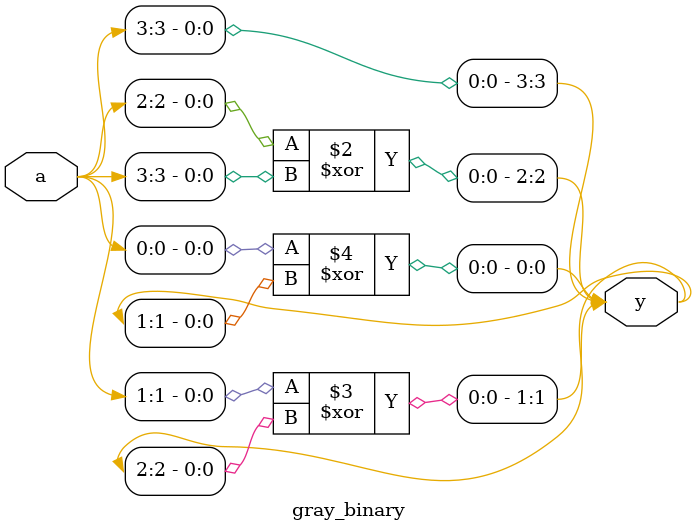
<source format=v>
module gray_binary(input[3:0]a,output reg[3:0]y);
  always@(*)begin
    y[3]=a[3];
    y[2]=a[2]^y[3];
    y[1]=a[1]^y[2];
    y[0]=a[0]^y[1];
  end
endmodule 
</source>
